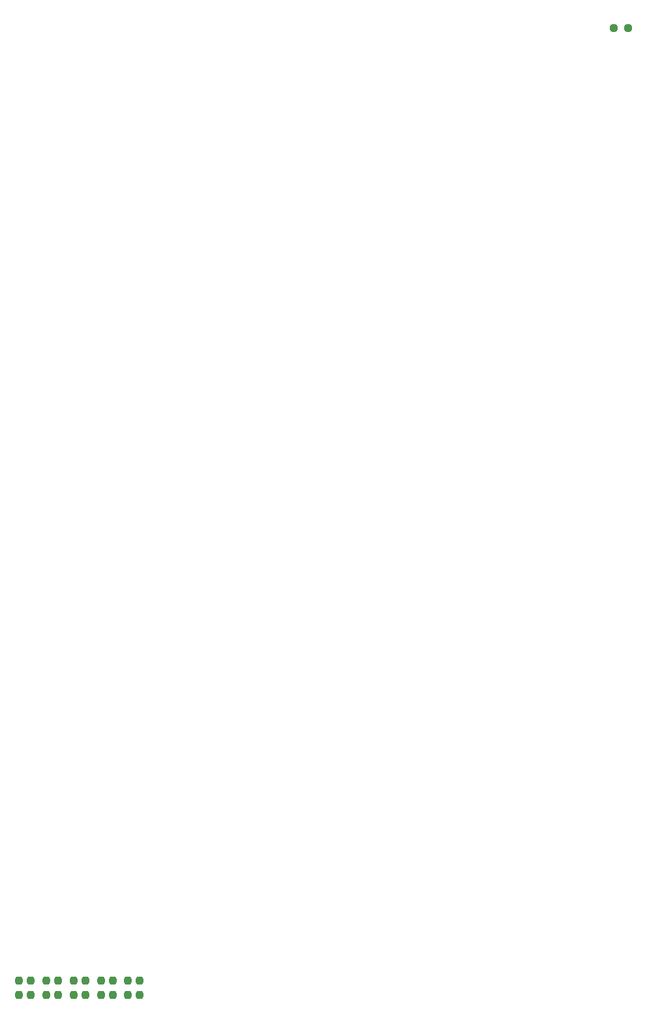
<source format=gbr>
%TF.GenerationSoftware,KiCad,Pcbnew,9.0.2*%
%TF.CreationDate,2025-06-04T19:48:03+07:00*%
%TF.ProjectId,VCU,5643552e-6b69-4636-9164-5f7063625858,rev?*%
%TF.SameCoordinates,Original*%
%TF.FileFunction,Paste,Top*%
%TF.FilePolarity,Positive*%
%FSLAX46Y46*%
G04 Gerber Fmt 4.6, Leading zero omitted, Abs format (unit mm)*
G04 Created by KiCad (PCBNEW 9.0.2) date 2025-06-04 19:48:03*
%MOMM*%
%LPD*%
G01*
G04 APERTURE LIST*
G04 Aperture macros list*
%AMRoundRect*
0 Rectangle with rounded corners*
0 $1 Rounding radius*
0 $2 $3 $4 $5 $6 $7 $8 $9 X,Y pos of 4 corners*
0 Add a 4 corners polygon primitive as box body*
4,1,4,$2,$3,$4,$5,$6,$7,$8,$9,$2,$3,0*
0 Add four circle primitives for the rounded corners*
1,1,$1+$1,$2,$3*
1,1,$1+$1,$4,$5*
1,1,$1+$1,$6,$7*
1,1,$1+$1,$8,$9*
0 Add four rect primitives between the rounded corners*
20,1,$1+$1,$2,$3,$4,$5,0*
20,1,$1+$1,$4,$5,$6,$7,0*
20,1,$1+$1,$6,$7,$8,$9,0*
20,1,$1+$1,$8,$9,$2,$3,0*%
G04 Aperture macros list end*
%ADD10RoundRect,0.237500X-0.237500X0.250000X-0.237500X-0.250000X0.237500X-0.250000X0.237500X0.250000X0*%
%ADD11RoundRect,0.237500X-0.250000X-0.237500X0.250000X-0.237500X0.250000X0.237500X-0.250000X0.237500X0*%
G04 APERTURE END LIST*
D10*
%TO.C,R4*%
X218611691Y-270982881D03*
X218611691Y-272807881D03*
%TD*%
%TO.C,R8*%
X225700000Y-270975000D03*
X225700000Y-272800000D03*
%TD*%
%TO.C,R10*%
X229250000Y-270975000D03*
X229250000Y-272800000D03*
%TD*%
%TO.C,R3*%
X217066559Y-270975000D03*
X217066559Y-272800000D03*
%TD*%
%TO.C,R6*%
X222144192Y-270959536D03*
X222144192Y-272784536D03*
%TD*%
D11*
%TO.C,R1*%
X294275000Y-147300000D03*
X296100000Y-147300000D03*
%TD*%
D10*
%TO.C,R11*%
X231150000Y-270975000D03*
X231150000Y-272800000D03*
%TD*%
%TO.C,R12*%
X232700000Y-270975000D03*
X232700000Y-272800000D03*
%TD*%
%TO.C,R5*%
X220600091Y-270962286D03*
X220600091Y-272787286D03*
%TD*%
%TO.C,R7*%
X224200000Y-270975000D03*
X224200000Y-272800000D03*
%TD*%
%TO.C,R9*%
X227750000Y-270975000D03*
X227750000Y-272800000D03*
%TD*%
M02*

</source>
